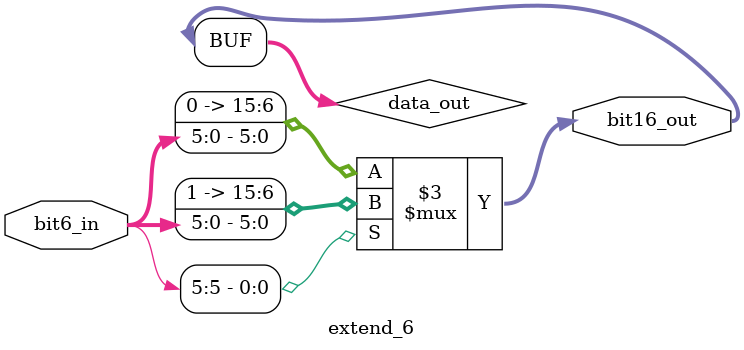
<source format=v>

module extend_6 (
bit6_in   , 
bit16_out   
                   
); 
input [5:0] bit6_in ;

output [15:0]  bit16_out ;

reg [15:0]   data_out;

assign bit16_out = data_out; 

always @ (bit6_in)
begin : signext
           if (bit6_in[5])
              data_out = {10'b1111111111,bit6_in};
           else
              data_out = {10'b0000000000,bit6_in};
 end

endmodule 

</source>
